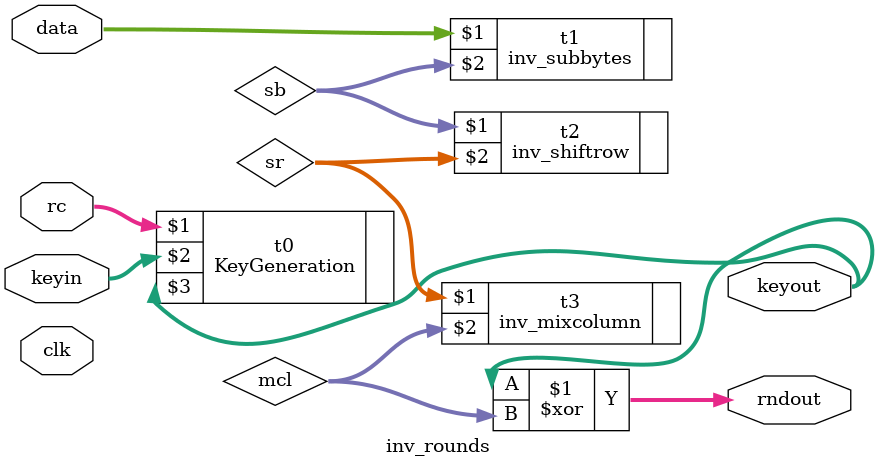
<source format=v>
`timescale 1ns / 1ps


module inv_rounds(clk,rc,data,keyin,keyout,rndout);
 input clk;
input [3:0]rc;
input [127:0]data;
input [127:0]keyin;
output [127:0]keyout;
output [127:0]rndout;

wire [127:0] sb,sr,mcl;

KeyGeneration t0(rc,keyin,keyout);
inv_subbytes t1(data,sb);
inv_shiftrow t2(sb,sr);
inv_mixcolumn t3(sr,mcl);
assign rndout= keyout^mcl;

 
endmodule

</source>
